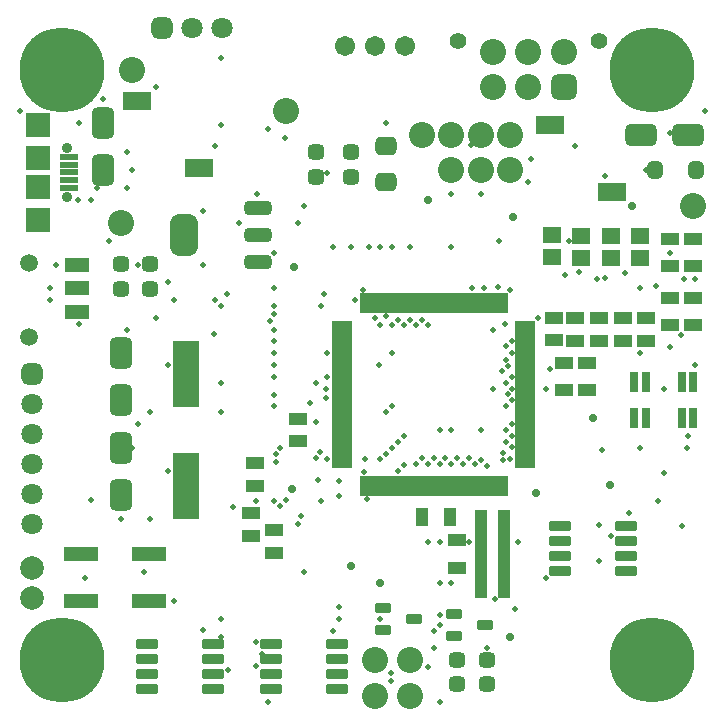
<source format=gts>
G04*
G04 #@! TF.GenerationSoftware,Altium Limited,Altium Designer,23.11.1 (41)*
G04*
G04 Layer_Color=8388736*
%FSLAX44Y44*%
%MOMM*%
G71*
G04*
G04 #@! TF.SameCoordinates,6A4E213B-EB00-483D-B04E-4E1FD21C6EA7*
G04*
G04*
G04 #@! TF.FilePolarity,Negative*
G04*
G01*
G75*
%ADD40R,1.5032X1.1032*%
%ADD41R,1.1032X1.5032*%
%ADD42C,2.2032*%
%ADD43R,1.5532X1.3532*%
G04:AMPARAMS|DCode=44|XSize=0.8532mm|YSize=1.4032mm|CornerRadius=0.2641mm|HoleSize=0mm|Usage=FLASHONLY|Rotation=90.000|XOffset=0mm|YOffset=0mm|HoleType=Round|Shape=RoundedRectangle|*
%AMROUNDEDRECTD44*
21,1,0.8532,0.8750,0,0,90.0*
21,1,0.3250,1.4032,0,0,90.0*
1,1,0.5282,0.4375,0.1625*
1,1,0.5282,0.4375,-0.1625*
1,1,0.5282,-0.4375,-0.1625*
1,1,0.5282,-0.4375,0.1625*
%
%ADD44ROUNDEDRECTD44*%
G04:AMPARAMS|DCode=45|XSize=0.8532mm|YSize=1.9032mm|CornerRadius=0.2641mm|HoleSize=0mm|Usage=FLASHONLY|Rotation=90.000|XOffset=0mm|YOffset=0mm|HoleType=Round|Shape=RoundedRectangle|*
%AMROUNDEDRECTD45*
21,1,0.8532,1.3750,0,0,90.0*
21,1,0.3250,1.9032,0,0,90.0*
1,1,0.5282,0.6875,0.1625*
1,1,0.5282,0.6875,-0.1625*
1,1,0.5282,-0.6875,-0.1625*
1,1,0.5282,-0.6875,0.1625*
%
%ADD45ROUNDEDRECTD45*%
%ADD46R,0.5032X1.6782*%
%ADD47R,1.6782X0.5032*%
%ADD48R,2.1032X2.1032*%
%ADD49R,2.1032X2.0032*%
%ADD50R,1.5532X0.6032*%
G04:AMPARAMS|DCode=51|XSize=1.4032mm|YSize=1.3032mm|CornerRadius=0.3766mm|HoleSize=0mm|Usage=FLASHONLY|Rotation=180.000|XOffset=0mm|YOffset=0mm|HoleType=Round|Shape=RoundedRectangle|*
%AMROUNDEDRECTD51*
21,1,1.4032,0.5500,0,0,180.0*
21,1,0.6500,1.3032,0,0,180.0*
1,1,0.7532,-0.3250,0.2750*
1,1,0.7532,0.3250,0.2750*
1,1,0.7532,0.3250,-0.2750*
1,1,0.7532,-0.3250,-0.2750*
%
%ADD51ROUNDEDRECTD51*%
G04:AMPARAMS|DCode=52|XSize=1.9032mm|YSize=2.7032mm|CornerRadius=0.5266mm|HoleSize=0mm|Usage=FLASHONLY|Rotation=0.000|XOffset=0mm|YOffset=0mm|HoleType=Round|Shape=RoundedRectangle|*
%AMROUNDEDRECTD52*
21,1,1.9032,1.6500,0,0,0.0*
21,1,0.8500,2.7032,0,0,0.0*
1,1,1.0532,0.4250,-0.8250*
1,1,1.0532,-0.4250,-0.8250*
1,1,1.0532,-0.4250,0.8250*
1,1,1.0532,0.4250,0.8250*
%
%ADD52ROUNDEDRECTD52*%
G04:AMPARAMS|DCode=53|XSize=1.9032mm|YSize=2.7032mm|CornerRadius=0.5266mm|HoleSize=0mm|Usage=FLASHONLY|Rotation=270.000|XOffset=0mm|YOffset=0mm|HoleType=Round|Shape=RoundedRectangle|*
%AMROUNDEDRECTD53*
21,1,1.9032,1.6500,0,0,270.0*
21,1,0.8500,2.7032,0,0,270.0*
1,1,1.0532,-0.8250,-0.4250*
1,1,1.0532,-0.8250,0.4250*
1,1,1.0532,0.8250,0.4250*
1,1,1.0532,0.8250,-0.4250*
%
%ADD53ROUNDEDRECTD53*%
%ADD54R,2.4032X1.5032*%
G04:AMPARAMS|DCode=55|XSize=1.5032mm|YSize=1.3032mm|CornerRadius=0.3766mm|HoleSize=0mm|Usage=FLASHONLY|Rotation=90.000|XOffset=0mm|YOffset=0mm|HoleType=Round|Shape=RoundedRectangle|*
%AMROUNDEDRECTD55*
21,1,1.5032,0.5500,0,0,90.0*
21,1,0.7500,1.3032,0,0,90.0*
1,1,0.7532,0.2750,0.3750*
1,1,0.7532,0.2750,-0.3750*
1,1,0.7532,-0.2750,-0.3750*
1,1,0.7532,-0.2750,0.3750*
%
%ADD55ROUNDEDRECTD55*%
%ADD56R,0.7532X1.7032*%
G04:AMPARAMS|DCode=57|XSize=3.5032mm|YSize=2.3032mm|CornerRadius=0.6266mm|HoleSize=0mm|Usage=FLASHONLY|Rotation=270.000|XOffset=0mm|YOffset=0mm|HoleType=Round|Shape=RoundedRectangle|*
%AMROUNDEDRECTD57*
21,1,3.5032,1.0500,0,0,270.0*
21,1,2.2500,2.3032,0,0,270.0*
1,1,1.2532,-0.5250,-1.1250*
1,1,1.2532,-0.5250,1.1250*
1,1,1.2532,0.5250,1.1250*
1,1,1.2532,0.5250,-1.1250*
%
%ADD57ROUNDEDRECTD57*%
G04:AMPARAMS|DCode=58|XSize=1.2032mm|YSize=2.3032mm|CornerRadius=0.3516mm|HoleSize=0mm|Usage=FLASHONLY|Rotation=270.000|XOffset=0mm|YOffset=0mm|HoleType=Round|Shape=RoundedRectangle|*
%AMROUNDEDRECTD58*
21,1,1.2032,1.6000,0,0,270.0*
21,1,0.5000,2.3032,0,0,270.0*
1,1,0.7032,-0.8000,-0.2500*
1,1,0.7032,-0.8000,0.2500*
1,1,0.7032,0.8000,0.2500*
1,1,0.7032,0.8000,-0.2500*
%
%ADD58ROUNDEDRECTD58*%
%ADD59R,2.9532X1.2032*%
%ADD60R,2.1032X1.2032*%
%ADD61R,2.2032X5.7032*%
G04:AMPARAMS|DCode=62|XSize=1.8032mm|YSize=1.6032mm|CornerRadius=0.4516mm|HoleSize=0mm|Usage=FLASHONLY|Rotation=180.000|XOffset=0mm|YOffset=0mm|HoleType=Round|Shape=RoundedRectangle|*
%AMROUNDEDRECTD62*
21,1,1.8032,0.7000,0,0,180.0*
21,1,0.9000,1.6032,0,0,180.0*
1,1,0.9032,-0.4500,0.3500*
1,1,0.9032,0.4500,0.3500*
1,1,0.9032,0.4500,-0.3500*
1,1,0.9032,-0.4500,-0.3500*
%
%ADD62ROUNDEDRECTD62*%
G04:AMPARAMS|DCode=63|XSize=2.2032mm|YSize=2.2032mm|CornerRadius=0.6016mm|HoleSize=0mm|Usage=FLASHONLY|Rotation=90.000|XOffset=0mm|YOffset=0mm|HoleType=Round|Shape=RoundedRectangle|*
%AMROUNDEDRECTD63*
21,1,2.2032,1.0000,0,0,90.0*
21,1,1.0000,2.2032,0,0,90.0*
1,1,1.2032,0.5000,0.5000*
1,1,1.2032,0.5000,-0.5000*
1,1,1.2032,-0.5000,-0.5000*
1,1,1.2032,-0.5000,0.5000*
%
%ADD63ROUNDEDRECTD63*%
%ADD64C,1.4032*%
%ADD65C,7.2032*%
%ADD66C,0.9032*%
%ADD67C,1.7032*%
%ADD68C,1.8032*%
G04:AMPARAMS|DCode=69|XSize=1.8032mm|YSize=1.8032mm|CornerRadius=0.5016mm|HoleSize=0mm|Usage=FLASHONLY|Rotation=0.000|XOffset=0mm|YOffset=0mm|HoleType=Round|Shape=RoundedRectangle|*
%AMROUNDEDRECTD69*
21,1,1.8032,0.8000,0,0,0.0*
21,1,0.8000,1.8032,0,0,0.0*
1,1,1.0032,0.4000,-0.4000*
1,1,1.0032,-0.4000,-0.4000*
1,1,1.0032,-0.4000,0.4000*
1,1,1.0032,0.4000,0.4000*
%
%ADD69ROUNDEDRECTD69*%
G04:AMPARAMS|DCode=70|XSize=1.8032mm|YSize=1.8032mm|CornerRadius=0.5016mm|HoleSize=0mm|Usage=FLASHONLY|Rotation=270.000|XOffset=0mm|YOffset=0mm|HoleType=Round|Shape=RoundedRectangle|*
%AMROUNDEDRECTD70*
21,1,1.8032,0.8000,0,0,270.0*
21,1,0.8000,1.8032,0,0,270.0*
1,1,1.0032,-0.4000,-0.4000*
1,1,1.0032,-0.4000,0.4000*
1,1,1.0032,0.4000,0.4000*
1,1,1.0032,0.4000,-0.4000*
%
%ADD70ROUNDEDRECTD70*%
%ADD71C,1.5032*%
%ADD72C,2.0032*%
%ADD73C,0.5032*%
%ADD74C,0.7032*%
D40*
X385000Y151500D02*
D03*
Y128500D02*
D03*
X475000Y301500D02*
D03*
Y278500D02*
D03*
X495000Y301500D02*
D03*
Y278500D02*
D03*
X565000Y356500D02*
D03*
Y333500D02*
D03*
X585000Y356500D02*
D03*
Y333500D02*
D03*
X565000Y383500D02*
D03*
Y406500D02*
D03*
X585000Y383500D02*
D03*
Y406500D02*
D03*
X230000Y141000D02*
D03*
Y160000D02*
D03*
X210000Y155500D02*
D03*
Y174500D02*
D03*
X213475Y197675D02*
D03*
Y216675D02*
D03*
X250000Y235500D02*
D03*
Y254500D02*
D03*
X545000Y320500D02*
D03*
Y339500D02*
D03*
X525000Y320500D02*
D03*
Y339500D02*
D03*
X505000Y320500D02*
D03*
Y339500D02*
D03*
X485000Y320500D02*
D03*
Y339500D02*
D03*
X466500Y320943D02*
D03*
Y339943D02*
D03*
D41*
X378550Y171000D02*
D03*
X355550D02*
D03*
X424500Y170000D02*
D03*
X405500D02*
D03*
X424500Y110000D02*
D03*
X405500D02*
D03*
X424500Y125000D02*
D03*
X405500D02*
D03*
X424500Y140000D02*
D03*
X405500D02*
D03*
X424500Y155000D02*
D03*
X405500D02*
D03*
D42*
X315000Y50000D02*
D03*
X430000Y465000D02*
D03*
X345000Y50000D02*
D03*
Y20000D02*
D03*
X315000D02*
D03*
X100000Y420000D02*
D03*
X585000Y435000D02*
D03*
X355000Y495000D02*
D03*
X405000Y465000D02*
D03*
Y495000D02*
D03*
X380000D02*
D03*
Y465000D02*
D03*
X110000Y550000D02*
D03*
X240000Y515000D02*
D03*
X430000Y495000D02*
D03*
X415000Y535000D02*
D03*
X445000D02*
D03*
X415000Y565000D02*
D03*
X445000D02*
D03*
X475000D02*
D03*
D43*
X540000Y390750D02*
D03*
Y409250D02*
D03*
X515000Y390750D02*
D03*
Y409250D02*
D03*
X490000D02*
D03*
Y390750D02*
D03*
X465000Y410000D02*
D03*
Y391500D02*
D03*
D44*
X348000Y85000D02*
D03*
X322000Y75500D02*
D03*
Y94500D02*
D03*
X382500Y89500D02*
D03*
Y70500D02*
D03*
X408500Y80000D02*
D03*
D45*
X122000Y64050D02*
D03*
Y51350D02*
D03*
Y38650D02*
D03*
Y25950D02*
D03*
X178000Y64050D02*
D03*
Y51350D02*
D03*
Y38650D02*
D03*
Y25950D02*
D03*
X227000Y64050D02*
D03*
Y51350D02*
D03*
Y38650D02*
D03*
Y25950D02*
D03*
X283000Y64050D02*
D03*
Y51350D02*
D03*
Y38650D02*
D03*
Y25950D02*
D03*
X472000Y164050D02*
D03*
Y151350D02*
D03*
Y138650D02*
D03*
Y125950D02*
D03*
X528000Y164050D02*
D03*
Y151350D02*
D03*
Y138650D02*
D03*
Y125950D02*
D03*
D46*
X305000Y352380D02*
D03*
X310000D02*
D03*
X315000D02*
D03*
X320000D02*
D03*
X325000D02*
D03*
X330000D02*
D03*
X335000D02*
D03*
X340000D02*
D03*
X345000D02*
D03*
X350000D02*
D03*
X355000D02*
D03*
X360000D02*
D03*
X365000D02*
D03*
X370000D02*
D03*
X375000D02*
D03*
X380000D02*
D03*
X385000D02*
D03*
X390000D02*
D03*
X395000D02*
D03*
X400000D02*
D03*
X405000D02*
D03*
X410000D02*
D03*
X415000D02*
D03*
X420000D02*
D03*
X425000D02*
D03*
Y197620D02*
D03*
X420000D02*
D03*
X415000D02*
D03*
X410000D02*
D03*
X405000D02*
D03*
X400000D02*
D03*
X395000D02*
D03*
X390000D02*
D03*
X385000D02*
D03*
X380000D02*
D03*
X375000D02*
D03*
X370000D02*
D03*
X365000D02*
D03*
X360000D02*
D03*
X355000D02*
D03*
X350000D02*
D03*
X345000D02*
D03*
X340000D02*
D03*
X335000D02*
D03*
X330000D02*
D03*
X325000D02*
D03*
X320000D02*
D03*
X315000D02*
D03*
X310000D02*
D03*
X305000D02*
D03*
D47*
X442380Y335000D02*
D03*
Y330000D02*
D03*
Y325000D02*
D03*
Y320000D02*
D03*
Y315000D02*
D03*
Y310000D02*
D03*
Y305000D02*
D03*
Y300000D02*
D03*
Y295000D02*
D03*
Y290000D02*
D03*
Y285000D02*
D03*
Y280000D02*
D03*
Y275000D02*
D03*
Y270000D02*
D03*
Y265000D02*
D03*
Y260000D02*
D03*
Y255000D02*
D03*
Y250000D02*
D03*
Y245000D02*
D03*
Y240000D02*
D03*
Y235000D02*
D03*
Y230000D02*
D03*
Y225000D02*
D03*
Y220000D02*
D03*
Y215000D02*
D03*
X287620D02*
D03*
Y220000D02*
D03*
Y225000D02*
D03*
Y230000D02*
D03*
Y235000D02*
D03*
Y240000D02*
D03*
Y245000D02*
D03*
Y250000D02*
D03*
Y255000D02*
D03*
Y260000D02*
D03*
Y265000D02*
D03*
Y270000D02*
D03*
Y275000D02*
D03*
Y280000D02*
D03*
Y285000D02*
D03*
Y290000D02*
D03*
Y295000D02*
D03*
Y300000D02*
D03*
Y305000D02*
D03*
Y310000D02*
D03*
Y315000D02*
D03*
Y320000D02*
D03*
Y325000D02*
D03*
Y330000D02*
D03*
Y335000D02*
D03*
D48*
X29750Y475000D02*
D03*
Y451000D02*
D03*
D49*
Y503000D02*
D03*
Y423000D02*
D03*
D50*
X56500Y476000D02*
D03*
Y450000D02*
D03*
Y469500D02*
D03*
Y463000D02*
D03*
Y456500D02*
D03*
D51*
X385000Y29500D02*
D03*
Y50500D02*
D03*
X410000Y29500D02*
D03*
Y50500D02*
D03*
X295000Y459500D02*
D03*
Y480500D02*
D03*
X265000Y459500D02*
D03*
Y480500D02*
D03*
X125000Y385500D02*
D03*
Y364500D02*
D03*
X100000Y385500D02*
D03*
Y364500D02*
D03*
D52*
X85000Y465250D02*
D03*
Y504750D02*
D03*
X100000Y229750D02*
D03*
Y190250D02*
D03*
Y309750D02*
D03*
Y270250D02*
D03*
D53*
X580000Y495000D02*
D03*
X540500D02*
D03*
D54*
X463500Y503250D02*
D03*
X516433Y446683D02*
D03*
X166500Y466750D02*
D03*
X113567Y523317D02*
D03*
D55*
X587500Y465000D02*
D03*
X552500D02*
D03*
D56*
X545000Y285250D02*
D03*
X535000Y254750D02*
D03*
X545000D02*
D03*
X535000Y285250D02*
D03*
X585000D02*
D03*
X575000Y254750D02*
D03*
X585000D02*
D03*
X575000Y285250D02*
D03*
D57*
X153500Y410000D02*
D03*
D58*
X216500Y433000D02*
D03*
Y410000D02*
D03*
Y387000D02*
D03*
D59*
X123750Y100000D02*
D03*
X66250D02*
D03*
X123750Y140000D02*
D03*
X66250D02*
D03*
D60*
X62750Y345000D02*
D03*
Y365000D02*
D03*
Y385000D02*
D03*
D61*
X155000Y292500D02*
D03*
Y197500D02*
D03*
D62*
X325000Y455000D02*
D03*
Y485000D02*
D03*
D63*
X475000Y535000D02*
D03*
D64*
X504690Y573890D02*
D03*
X385310D02*
D03*
D65*
X550000Y50000D02*
D03*
X50000Y550000D02*
D03*
X550000D02*
D03*
X50000Y50000D02*
D03*
D66*
X54250Y483750D02*
D03*
Y442250D02*
D03*
X550000Y77500D02*
D03*
X570000Y70000D02*
D03*
X577500Y50000D02*
D03*
X570000Y30000D02*
D03*
X550000Y22500D02*
D03*
X530000Y30000D02*
D03*
X522500Y50000D02*
D03*
X530000Y70000D02*
D03*
X50000Y577500D02*
D03*
X70000Y570000D02*
D03*
X77500Y550000D02*
D03*
X70000Y530000D02*
D03*
X50000Y522500D02*
D03*
X30000Y530000D02*
D03*
X22500Y550000D02*
D03*
X30000Y570000D02*
D03*
X550000Y577500D02*
D03*
X570000Y570000D02*
D03*
X577500Y550000D02*
D03*
X570000Y530000D02*
D03*
X550000Y522500D02*
D03*
X530000Y530000D02*
D03*
X522500Y550000D02*
D03*
X530000Y570000D02*
D03*
X30000Y70000D02*
D03*
X22500Y50000D02*
D03*
X30000Y30000D02*
D03*
X50000Y22500D02*
D03*
X70000Y30000D02*
D03*
X77500Y50000D02*
D03*
X70000Y70000D02*
D03*
X50000Y77500D02*
D03*
D67*
X340400Y570000D02*
D03*
X289600D02*
D03*
X315000D02*
D03*
D68*
X185400Y585000D02*
D03*
X160000D02*
D03*
X25000Y215800D02*
D03*
Y266600D02*
D03*
Y241200D02*
D03*
Y190400D02*
D03*
Y165000D02*
D03*
D69*
X134600Y585000D02*
D03*
D70*
X25000Y292000D02*
D03*
D71*
X22250Y323750D02*
D03*
Y386250D02*
D03*
D72*
X25000Y127700D02*
D03*
Y102300D02*
D03*
D73*
X503731Y373135D02*
D03*
X429469Y363790D02*
D03*
X407701Y364993D02*
D03*
X397501D02*
D03*
X488245Y378629D02*
D03*
X527138Y377456D02*
D03*
X553532Y366869D02*
D03*
X576635Y373074D02*
D03*
X586537Y372677D02*
D03*
X330000Y310000D02*
D03*
Y265000D02*
D03*
X265136Y251480D02*
D03*
X260682Y268200D02*
D03*
X509896Y373835D02*
D03*
X460253Y119747D02*
D03*
X425000Y335000D02*
D03*
X200000Y420000D02*
D03*
X250000D02*
D03*
X280000Y400000D02*
D03*
X295000D02*
D03*
X130000Y340000D02*
D03*
X298310Y355000D02*
D03*
X105000Y330000D02*
D03*
X190000Y360000D02*
D03*
X185000Y350000D02*
D03*
X180000Y355000D02*
D03*
X230000Y395000D02*
D03*
X272500Y360000D02*
D03*
X270000Y350000D02*
D03*
X428143Y299402D02*
D03*
X422960Y294804D02*
D03*
X423462Y225771D02*
D03*
X431665Y230271D02*
D03*
X423796Y219364D02*
D03*
X410000Y214472D02*
D03*
X429932Y220495D02*
D03*
X268636Y226364D02*
D03*
X252524Y172476D02*
D03*
X275000Y462500D02*
D03*
X115000Y250000D02*
D03*
X178822Y326178D02*
D03*
X325000Y341364D02*
D03*
X320000Y333500D02*
D03*
X315000Y339500D02*
D03*
X330000Y333500D02*
D03*
X305000Y363255D02*
D03*
X345000Y338500D02*
D03*
X340000Y333500D02*
D03*
X335000Y338500D02*
D03*
X350000Y333500D02*
D03*
X355000Y338500D02*
D03*
X360000Y333500D02*
D03*
X426665Y316367D02*
D03*
Y304612D02*
D03*
X230000Y365000D02*
D03*
X360000Y44063D02*
D03*
X380000Y445000D02*
D03*
X405000D02*
D03*
X275000Y290000D02*
D03*
Y310000D02*
D03*
X231475Y217500D02*
D03*
X265000Y221500D02*
D03*
X306408Y209719D02*
D03*
X306495Y220000D02*
D03*
X235303Y180303D02*
D03*
X214643Y185000D02*
D03*
X250303Y165303D02*
D03*
X255000Y125000D02*
D03*
X416846Y101500D02*
D03*
X505253Y164747D02*
D03*
X507500Y227803D02*
D03*
X433500Y92994D02*
D03*
X370000Y88359D02*
D03*
X410000Y60250D02*
D03*
X505000Y134144D02*
D03*
X515000Y155000D02*
D03*
X530000Y175000D02*
D03*
X431665Y280007D02*
D03*
Y310017D02*
D03*
Y290007D02*
D03*
Y320007D02*
D03*
Y270007D02*
D03*
X426665Y285007D02*
D03*
X428165Y275007D02*
D03*
X420000Y405000D02*
D03*
X419069Y365931D02*
D03*
X415000Y330000D02*
D03*
X453198Y339943D02*
D03*
X460000Y280000D02*
D03*
X463418Y296582D02*
D03*
X239834Y185618D02*
D03*
X396500Y486500D02*
D03*
X215179Y445179D02*
D03*
X169478Y75522D02*
D03*
X145000Y100000D02*
D03*
X120000Y125000D02*
D03*
X125000Y170000D02*
D03*
X140000Y210000D02*
D03*
X100000Y170000D02*
D03*
X125000Y260000D02*
D03*
X110000Y230000D02*
D03*
X180000Y485000D02*
D03*
X273682Y271622D02*
D03*
Y280000D02*
D03*
X275000Y220000D02*
D03*
X267500Y202500D02*
D03*
X226479Y336980D02*
D03*
X230105Y343143D02*
D03*
X230005Y329531D02*
D03*
X230000Y320000D02*
D03*
X380000Y245000D02*
D03*
X340000Y240000D02*
D03*
X75292Y185713D02*
D03*
X255000Y435000D02*
D03*
X215000Y45000D02*
D03*
X308697Y186303D02*
D03*
X45000Y385000D02*
D03*
X445000Y455000D02*
D03*
X565000Y496500D02*
D03*
X485000Y485000D02*
D03*
X540000Y365000D02*
D03*
X319000Y300000D02*
D03*
X405000Y245000D02*
D03*
X370000D02*
D03*
X415000Y280000D02*
D03*
X560000Y208500D02*
D03*
X575000Y163500D02*
D03*
X170000Y430000D02*
D03*
Y385000D02*
D03*
X140000Y370000D02*
D03*
X110000Y465000D02*
D03*
X75059Y440000D02*
D03*
X85000Y525000D02*
D03*
X40000Y355000D02*
D03*
Y365000D02*
D03*
X229643Y184643D02*
D03*
X436500Y150000D02*
D03*
X365000Y60000D02*
D03*
X285000Y85000D02*
D03*
Y189000D02*
D03*
X145000Y355000D02*
D03*
X595000Y515000D02*
D03*
X64249Y440000D02*
D03*
X122000Y38650D02*
D03*
X280000Y75000D02*
D03*
X220000Y55000D02*
D03*
X370000Y80000D02*
D03*
X320000Y85000D02*
D03*
X380000Y115000D02*
D03*
X370000D02*
D03*
X395000Y150000D02*
D03*
X574595Y325000D02*
D03*
X540000Y310000D02*
D03*
X80000Y450000D02*
D03*
X15000Y515000D02*
D03*
X231475Y224318D02*
D03*
X195053Y179947D02*
D03*
X234500Y229997D02*
D03*
X115000Y385000D02*
D03*
X329300Y39012D02*
D03*
X555000Y185000D02*
D03*
X370000Y15000D02*
D03*
X328728Y32443D02*
D03*
X579190Y230000D02*
D03*
X580000Y240000D02*
D03*
X540000Y230000D02*
D03*
X586350Y300000D02*
D03*
X565000Y315000D02*
D03*
X560000Y280000D02*
D03*
X565000Y395000D02*
D03*
X480000Y405000D02*
D03*
X476368Y376279D02*
D03*
X185000Y70000D02*
D03*
X365000Y75000D02*
D03*
X190769Y41976D02*
D03*
X225000Y15000D02*
D03*
X447694Y474147D02*
D03*
X380000Y400000D02*
D03*
X65000Y335000D02*
D03*
X230000Y265000D02*
D03*
X405000Y219472D02*
D03*
X185000Y85000D02*
D03*
Y285000D02*
D03*
Y260000D02*
D03*
X265000Y285000D02*
D03*
X230000Y275000D02*
D03*
X140000Y300000D02*
D03*
X70000Y120000D02*
D03*
X285000Y95000D02*
D03*
X325000Y260000D02*
D03*
X122000Y51350D02*
D03*
X214500Y65750D02*
D03*
X89750Y405000D02*
D03*
X335000Y235000D02*
D03*
X330000Y230000D02*
D03*
X320000Y220000D02*
D03*
X325000Y225000D02*
D03*
X285000Y202000D02*
D03*
X270000Y185000D02*
D03*
X230000Y290000D02*
D03*
Y300000D02*
D03*
Y310000D02*
D03*
Y350000D02*
D03*
X310000Y400000D02*
D03*
X320000D02*
D03*
X330000D02*
D03*
X345000D02*
D03*
X360000Y150000D02*
D03*
X370000D02*
D03*
X340000Y215000D02*
D03*
X335000Y210000D02*
D03*
X350000Y216500D02*
D03*
X355000Y221500D02*
D03*
X360000Y216500D02*
D03*
X365000Y221500D02*
D03*
X370000Y216500D02*
D03*
X375000Y221500D02*
D03*
X380000Y216500D02*
D03*
X385000Y221500D02*
D03*
X390000Y216500D02*
D03*
X395000Y221500D02*
D03*
X400000Y216500D02*
D03*
X426665Y265007D02*
D03*
X431665Y250007D02*
D03*
X426665Y245007D02*
D03*
X431665Y240007D02*
D03*
X426665Y235007D02*
D03*
X238770Y492000D02*
D03*
X225000Y500000D02*
D03*
X325000Y505000D02*
D03*
X184970Y502941D02*
D03*
X185000Y560000D02*
D03*
X130000Y535000D02*
D03*
X105000Y480000D02*
D03*
Y450000D02*
D03*
X65000Y505000D02*
D03*
X510000Y460000D02*
D03*
X544500Y464875D02*
D03*
D74*
X451305Y191297D02*
D03*
X430000Y70000D02*
D03*
X247053Y382947D02*
D03*
X514257Y198500D02*
D03*
X500000Y255000D02*
D03*
X532617Y435000D02*
D03*
X245000Y195000D02*
D03*
X295000Y130000D02*
D03*
X432550Y425000D02*
D03*
X360000Y440000D02*
D03*
X320000Y115500D02*
D03*
M02*

</source>
